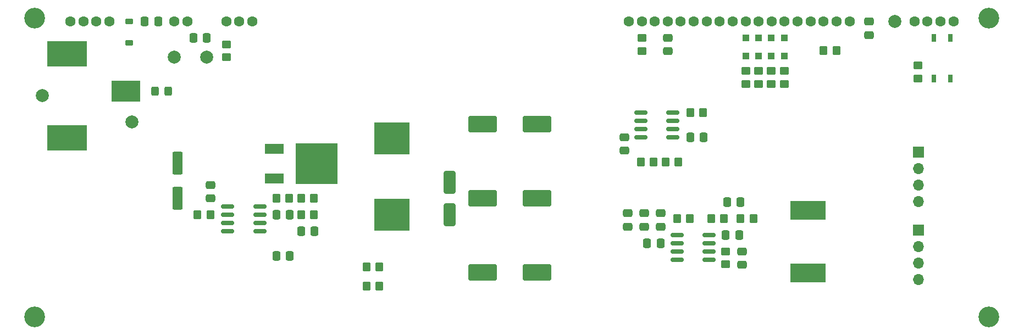
<source format=gbr>
%TF.GenerationSoftware,KiCad,Pcbnew,7.0.7*%
%TF.CreationDate,2024-04-09T00:53:37+02:00*%
%TF.ProjectId,vfd_display,7666645f-6469-4737-906c-61792e6b6963,rev?*%
%TF.SameCoordinates,Original*%
%TF.FileFunction,Soldermask,Bot*%
%TF.FilePolarity,Negative*%
%FSLAX46Y46*%
G04 Gerber Fmt 4.6, Leading zero omitted, Abs format (unit mm)*
G04 Created by KiCad (PCBNEW 7.0.7) date 2024-04-09 00:53:37*
%MOMM*%
%LPD*%
G01*
G04 APERTURE LIST*
G04 Aperture macros list*
%AMRoundRect*
0 Rectangle with rounded corners*
0 $1 Rounding radius*
0 $2 $3 $4 $5 $6 $7 $8 $9 X,Y pos of 4 corners*
0 Add a 4 corners polygon primitive as box body*
4,1,4,$2,$3,$4,$5,$6,$7,$8,$9,$2,$3,0*
0 Add four circle primitives for the rounded corners*
1,1,$1+$1,$2,$3*
1,1,$1+$1,$4,$5*
1,1,$1+$1,$6,$7*
1,1,$1+$1,$8,$9*
0 Add four rect primitives between the rounded corners*
20,1,$1+$1,$2,$3,$4,$5,0*
20,1,$1+$1,$4,$5,$6,$7,0*
20,1,$1+$1,$6,$7,$8,$9,0*
20,1,$1+$1,$8,$9,$2,$3,0*%
G04 Aperture macros list end*
%ADD10C,2.000000*%
%ADD11R,0.800000X1.200000*%
%ADD12RoundRect,0.250000X0.450000X-0.350000X0.450000X0.350000X-0.450000X0.350000X-0.450000X-0.350000X0*%
%ADD13C,3.200000*%
%ADD14RoundRect,0.250000X0.337500X0.475000X-0.337500X0.475000X-0.337500X-0.475000X0.337500X-0.475000X0*%
%ADD15C,1.600000*%
%ADD16RoundRect,0.250000X0.475000X-0.337500X0.475000X0.337500X-0.475000X0.337500X-0.475000X-0.337500X0*%
%ADD17RoundRect,0.250000X-0.475000X0.337500X-0.475000X-0.337500X0.475000X-0.337500X0.475000X0.337500X0*%
%ADD18RoundRect,0.250000X0.300000X-0.300000X0.300000X0.300000X-0.300000X0.300000X-0.300000X-0.300000X0*%
%ADD19RoundRect,0.250000X-0.337500X-0.475000X0.337500X-0.475000X0.337500X0.475000X-0.337500X0.475000X0*%
%ADD20RoundRect,0.250000X-0.450000X0.350000X-0.450000X-0.350000X0.450000X-0.350000X0.450000X0.350000X0*%
%ADD21RoundRect,0.250000X0.550000X-1.500000X0.550000X1.500000X-0.550000X1.500000X-0.550000X-1.500000X0*%
%ADD22R,2.900000X1.500000*%
%ADD23R,6.500000X6.300000*%
%ADD24R,5.400000X2.900000*%
%ADD25RoundRect,0.250000X0.350000X0.450000X-0.350000X0.450000X-0.350000X-0.450000X0.350000X-0.450000X0*%
%ADD26RoundRect,0.250000X-0.350000X-0.450000X0.350000X-0.450000X0.350000X0.450000X-0.350000X0.450000X0*%
%ADD27RoundRect,0.225000X-0.375000X0.225000X-0.375000X-0.225000X0.375000X-0.225000X0.375000X0.225000X0*%
%ADD28RoundRect,0.150000X0.825000X0.150000X-0.825000X0.150000X-0.825000X-0.150000X0.825000X-0.150000X0*%
%ADD29R,5.400000X4.900000*%
%ADD30R,6.200000X3.900000*%
%ADD31R,4.400000X3.300000*%
%ADD32RoundRect,0.250000X-0.325000X-0.450000X0.325000X-0.450000X0.325000X0.450000X-0.325000X0.450000X0*%
%ADD33RoundRect,0.250000X-1.950000X-1.000000X1.950000X-1.000000X1.950000X1.000000X-1.950000X1.000000X0*%
%ADD34O,1.700000X1.700000*%
%ADD35R,1.700000X1.700000*%
%ADD36RoundRect,0.250000X-0.650000X1.500000X-0.650000X-1.500000X0.650000X-1.500000X0.650000X1.500000X0*%
G04 APERTURE END LIST*
D10*
%TO.C,VFIL*%
X210000000Y-68000000D03*
%TD*%
D11*
%TO.C,U3*%
X218540000Y-70500000D03*
X216000000Y-70500000D03*
X216000000Y-76800000D03*
X218540000Y-76800000D03*
%TD*%
D12*
%TO.C,R13*%
X213500000Y-76800000D03*
X213500000Y-74800000D03*
%TD*%
D10*
%TO.C,VIN*%
X92500000Y-83500000D03*
%TD*%
%TO.C,GND*%
X99000000Y-73500000D03*
%TD*%
%TO.C,VHP*%
X104000000Y-73500000D03*
%TD*%
D13*
%TO.C,REF\u002A\u002A*%
X77500000Y-113500000D03*
%TD*%
%TO.C,REF\u002A\u002A*%
X77500000Y-67500000D03*
%TD*%
D14*
%TO.C,C8*%
X104000000Y-70500000D03*
X101925000Y-70500000D03*
%TD*%
D15*
%TO.C,U5*%
X219000000Y-68000000D03*
X217000000Y-68000000D03*
X215000000Y-68000000D03*
X213000000Y-68000000D03*
X203000000Y-68000000D03*
X201000000Y-68000000D03*
X199000000Y-68000000D03*
X197000000Y-68000000D03*
X195000000Y-68000000D03*
X193000000Y-68000000D03*
X191000000Y-68000000D03*
X189000000Y-68000000D03*
X187000000Y-68000000D03*
X185000000Y-68000000D03*
X183000000Y-68000000D03*
X181000000Y-68000000D03*
X179000000Y-68000000D03*
X177000000Y-68000000D03*
X175000000Y-68000000D03*
X173000000Y-68000000D03*
X171000000Y-68000000D03*
X169000000Y-68000000D03*
X111000000Y-68000000D03*
X109000000Y-68000000D03*
X107000000Y-68000000D03*
X101000000Y-68000000D03*
X99000000Y-68000000D03*
X89000000Y-68000000D03*
X87000000Y-68000000D03*
X85000000Y-68000000D03*
X83000000Y-68000000D03*
%TD*%
D16*
%TO.C,C25*%
X175000000Y-70500000D03*
X175000000Y-72575000D03*
%TD*%
D17*
%TO.C,C24*%
X206000000Y-70075000D03*
X206000000Y-68000000D03*
%TD*%
D13*
%TO.C,REF\u002A\u002A*%
X224500000Y-113500000D03*
%TD*%
%TO.C,REF\u002A\u002A*%
X224500000Y-67500000D03*
%TD*%
D18*
%TO.C,D6*%
X189000000Y-70540000D03*
X189000000Y-73340000D03*
%TD*%
D19*
%TO.C,C28*%
X173890000Y-102155000D03*
X171815000Y-102155000D03*
%TD*%
D20*
%TO.C,R19*%
X171000000Y-72540000D03*
X171000000Y-70540000D03*
%TD*%
%TO.C,R20*%
X107000000Y-73500000D03*
X107000000Y-71500000D03*
%TD*%
%TO.C,R10*%
X183920000Y-105425000D03*
X183920000Y-103425000D03*
%TD*%
D21*
%TO.C,C4*%
X99480000Y-89860000D03*
X99480000Y-95260000D03*
%TD*%
D22*
%TO.C,Q1*%
X114380000Y-87640000D03*
D23*
X120880000Y-89926000D03*
D22*
X114380000Y-92212000D03*
%TD*%
D24*
%TO.C,L2*%
X196620000Y-97075000D03*
X196620000Y-106775000D03*
%TD*%
D25*
%TO.C,R17*%
X201000000Y-72500000D03*
X199000000Y-72500000D03*
%TD*%
D26*
%TO.C,R8*%
X172825000Y-89635000D03*
X170825000Y-89635000D03*
%TD*%
D12*
%TO.C,R23*%
X189000000Y-77620000D03*
X189000000Y-75620000D03*
%TD*%
%TO.C,R24*%
X187000000Y-77620000D03*
X187000000Y-75620000D03*
%TD*%
D27*
%TO.C,D8*%
X92000000Y-71300000D03*
X92000000Y-68000000D03*
%TD*%
D14*
%TO.C,C5*%
X114720000Y-104150000D03*
X116795000Y-104150000D03*
%TD*%
D19*
%TO.C,C9*%
X180520000Y-85825000D03*
X178445000Y-85825000D03*
%TD*%
%TO.C,C1*%
X120605000Y-100340000D03*
X118530000Y-100340000D03*
%TD*%
D26*
%TO.C,R7*%
X180445000Y-82015000D03*
X178445000Y-82015000D03*
%TD*%
D28*
%TO.C,U6*%
X176430000Y-100885000D03*
X176430000Y-102155000D03*
X176430000Y-103425000D03*
X176430000Y-104695000D03*
X181380000Y-104695000D03*
X181380000Y-103425000D03*
X181380000Y-102155000D03*
X181380000Y-100885000D03*
%TD*%
D12*
%TO.C,R22*%
X190950000Y-77620000D03*
X190950000Y-75620000D03*
%TD*%
D25*
%TO.C,R2*%
X102560000Y-97800000D03*
X104560000Y-97800000D03*
%TD*%
D19*
%TO.C,C27*%
X96500000Y-68000000D03*
X94425000Y-68000000D03*
%TD*%
D26*
%TO.C,R1*%
X120530000Y-97800000D03*
X118530000Y-97800000D03*
%TD*%
%TO.C,R25*%
X183687500Y-98345000D03*
X181687500Y-98345000D03*
%TD*%
D29*
%TO.C,L1*%
X132500000Y-97800000D03*
X132500000Y-86000000D03*
%TD*%
D26*
%TO.C,R3*%
X116720000Y-95260000D03*
X114720000Y-95260000D03*
%TD*%
D12*
%TO.C,R21*%
X193000000Y-77620000D03*
X193000000Y-75620000D03*
%TD*%
D18*
%TO.C,D5*%
X190950000Y-70540000D03*
X190950000Y-73340000D03*
%TD*%
D25*
%TO.C,R5*%
X128580000Y-105840000D03*
X130580000Y-105840000D03*
%TD*%
D16*
%TO.C,C13*%
X168810000Y-97540000D03*
X168810000Y-99615000D03*
%TD*%
D17*
%TO.C,C12*%
X186460000Y-105500000D03*
X186460000Y-103425000D03*
%TD*%
D19*
%TO.C,C2*%
X116795000Y-97800000D03*
X114720000Y-97800000D03*
%TD*%
D30*
%TO.C,J4*%
X82500000Y-73000000D03*
X82500000Y-85900000D03*
D31*
X91500000Y-78750000D03*
D10*
X78700000Y-79450000D03*
%TD*%
D19*
%TO.C,C29*%
X185995000Y-100885000D03*
X183920000Y-100885000D03*
%TD*%
D18*
%TO.C,D4*%
X193000000Y-70540000D03*
X193000000Y-73340000D03*
%TD*%
D32*
%TO.C,F1*%
X98050000Y-78750000D03*
X96000000Y-78750000D03*
%TD*%
D26*
%TO.C,R11*%
X178430000Y-98345000D03*
X176430000Y-98345000D03*
%TD*%
%TO.C,R12*%
X188227500Y-98345000D03*
X186227500Y-98345000D03*
%TD*%
%TO.C,R4*%
X120530000Y-95260000D03*
X118530000Y-95260000D03*
%TD*%
D18*
%TO.C,D7*%
X187000000Y-70540000D03*
X187000000Y-73340000D03*
%TD*%
D19*
%TO.C,C30*%
X186227500Y-95805000D03*
X184152500Y-95805000D03*
%TD*%
D17*
%TO.C,C3*%
X104560000Y-95260000D03*
X104560000Y-93185000D03*
%TD*%
D33*
%TO.C,C11*%
X154870000Y-106690000D03*
X146470000Y-106690000D03*
%TD*%
D25*
%TO.C,R6*%
X128580000Y-108790000D03*
X130580000Y-108790000D03*
%TD*%
D28*
%TO.C,U2*%
X170825000Y-82015000D03*
X170825000Y-83285000D03*
X170825000Y-84555000D03*
X170825000Y-85825000D03*
X175775000Y-85825000D03*
X175775000Y-84555000D03*
X175775000Y-83285000D03*
X175775000Y-82015000D03*
%TD*%
%TO.C,U1*%
X107230000Y-96530000D03*
X107230000Y-97800000D03*
X107230000Y-99070000D03*
X107230000Y-100340000D03*
X112180000Y-100340000D03*
X112180000Y-99070000D03*
X112180000Y-97800000D03*
X112180000Y-96530000D03*
%TD*%
D16*
%TO.C,C14*%
X171350000Y-97540000D03*
X171350000Y-99615000D03*
%TD*%
D26*
%TO.C,R9*%
X176635000Y-89635000D03*
X174635000Y-89635000D03*
%TD*%
D34*
%TO.C,J1*%
X213600000Y-95770000D03*
X213600000Y-93230000D03*
X213600000Y-90690000D03*
D35*
X213600000Y-88150000D03*
%TD*%
D34*
%TO.C,J2*%
X213600000Y-107770000D03*
X213600000Y-105230000D03*
X213600000Y-102690000D03*
D35*
X213600000Y-100150000D03*
%TD*%
D33*
%TO.C,C7*%
X154870000Y-95260000D03*
X146470000Y-95260000D03*
%TD*%
D16*
%TO.C,C26*%
X173890000Y-97540000D03*
X173890000Y-99615000D03*
%TD*%
D36*
%TO.C,D1*%
X141390000Y-97800000D03*
X141390000Y-92800000D03*
%TD*%
D17*
%TO.C,C10*%
X168285000Y-87900000D03*
X168285000Y-85825000D03*
%TD*%
D33*
%TO.C,C6*%
X154870000Y-83830000D03*
X146470000Y-83830000D03*
%TD*%
M02*

</source>
